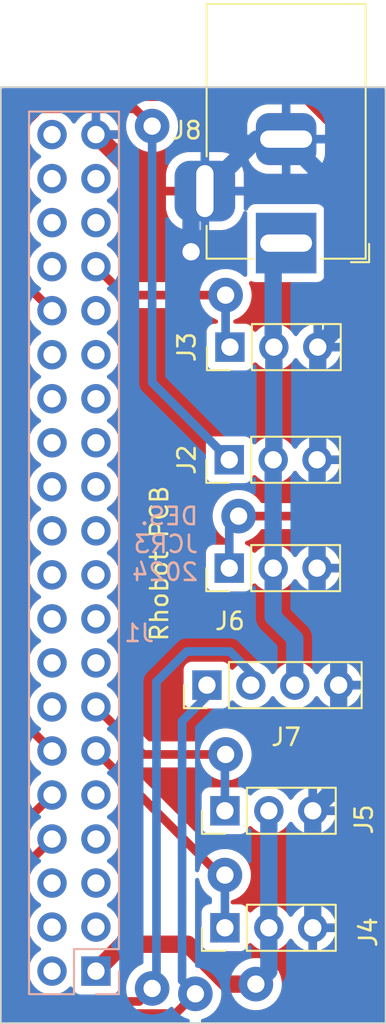
<source format=kicad_pcb>
(kicad_pcb (version 20221018) (generator pcbnew)
  (layers (0 "F.Cu" signal) (31 "B.Cu" signal) (34 "B.Paste" user) (35 "F.Paste" user) (36 "B.SilkS" user "B.Silkscreen") (37 "F.SilkS" user "F.Silkscreen") (38 "B.Mask" user) (39 "F.Mask" user) (44 "Edge.Cuts" user))
  (net 0 "")
  (net 1 "+3V3")
  (net 6 "GND")
  (net 8 "Net-(J1-Pin_8)")
  (net 9 "Net-(J1-Pin_10)")
  (net 10 "Net-(J1-Pin_11)")
  (net 11 "Net-(J1-Pin_12)")
  (net 12 "Net-(J1-Pin_13)")
  (net 27 "Net-(J1-Pin_32)")
  (net 28 "Net-(J1-Pin_33)")
  (net 34 "+5V")
  (footprint "Connector_PinHeader_2.54mm:PinHeader_1x03_P2.54mm_Vertical" (layer "F.Cu") (at 155.25 88.44 90)
    (fp_text reference "J3" (at 0 -2.5 90) (layer "F.SilkS"))
    (fp_text value "Right Motor" hide)
    (fp_line (start -1.33 -1.33) (end 0 -1.33) (stroke (width 0.12)) (layer "F.SilkS"))
    (fp_line (start -1.33 0) (end -1.33 -1.33) (stroke (width 0.12)) (layer "F.SilkS"))
    (fp_line (start -1.33 1.27) (end -1.33 6.41) (stroke (width 0.12)) (layer "F.SilkS"))
    (fp_line (start -1.33 1.27) (end 1.33 1.27) (stroke (width 0.12)) (layer "F.SilkS"))
    (fp_line (start -1.33 6.41) (end 1.33 6.41) (stroke (width 0.12)) (layer "F.SilkS"))
    (fp_line (start 1.33 1.27) (end 1.33 6.41) (stroke (width 0.12)) (layer "F.SilkS"))
    (pad "1" thru_hole rect (at 0 0 90) (size 1.7 1.7) (drill 1) (layers "*.Cu" "*.Mask") (net 28 "Net-(J1-Pin_33)"))
    (pad "2" thru_hole oval (at 0 2.54 90) (size 1.7 1.7) (drill 1) (layers "*.Cu" "*.Mask") (net 34 "+5V"))
    (pad "3" thru_hole oval (at 0 5.08 90) (size 1.7 1.7) (drill 1) (layers "*.Cu" "*.Mask") (net 6 "GND"))
  )
  (footprint "Connector_PinHeader_2.54mm:PinHeader_1x04_P2.54mm_Vertical" (layer "F.Cu") (at 153.92 107.94 90)
    (fp_text reference "J7" (at -3 4.58 180) (layer "F.SilkS"))
    (fp_text value "LiDAR Data" hide)
    (fp_line (start -1.33 -1.33) (end 0 -1.33) (stroke (width 0.12)) (layer "F.SilkS"))
    (fp_line (start -1.33 0) (end -1.33 -1.33) (stroke (width 0.12)) (layer "F.SilkS"))
    (fp_line (start -1.33 1.27) (end -1.33 8.95) (stroke (width 0.12)) (layer "F.SilkS"))
    (fp_line (start -1.33 1.27) (end 1.33 1.27) (stroke (width 0.12)) (layer "F.SilkS"))
    (fp_line (start -1.33 8.95) (end 1.33 8.95) (stroke (width 0.12)) (layer "F.SilkS"))
    (fp_line (start 1.33 1.27) (end 1.33 8.95) (stroke (width 0.12)) (layer "F.SilkS"))
    (pad "1" thru_hole rect (at 0 0 90) (size 1.7 1.7) (drill 1) (layers "*.Cu" "*.Mask") (net 9 "Net-(J1-Pin_10)"))
    (pad "2" thru_hole oval (at 0 2.54 90) (size 1.7 1.7) (drill 1) (layers "*.Cu" "*.Mask") (net 8 "Net-(J1-Pin_8)"))
    (pad "3" thru_hole oval (at 0 5.08 90) (size 1.7 1.7) (drill 1) (layers "*.Cu" "*.Mask") (net 34 "+5V"))
    (pad "4" thru_hole oval (at 0 7.62 90) (size 1.7 1.7) (drill 1) (layers "*.Cu" "*.Mask") (net 6 "GND"))
  )
  (footprint "Connector_PinHeader_2.54mm:PinHeader_1x03_P2.54mm_Vertical" (layer "F.Cu") (at 154.96 121.94 90)
    (fp_text reference "J4" (at -0.25 8.29 90) (layer "F.SilkS"))
    (fp_text value "Left Sensor" hide)
    (fp_line (start -1.33 -1.33) (end 0 -1.33) (stroke (width 0.12)) (layer "F.SilkS"))
    (fp_line (start -1.33 0) (end -1.33 -1.33) (stroke (width 0.12)) (layer "F.SilkS"))
    (fp_line (start -1.33 1.27) (end -1.33 6.41) (stroke (width 0.12)) (layer "F.SilkS"))
    (fp_line (start -1.33 1.27) (end 1.33 1.27) (stroke (width 0.12)) (layer "F.SilkS"))
    (fp_line (start -1.33 6.41) (end 1.33 6.41) (stroke (width 0.12)) (layer "F.SilkS"))
    (fp_line (start 1.33 1.27) (end 1.33 6.41) (stroke (width 0.12)) (layer "F.SilkS"))
    (pad "1" thru_hole rect (at 0 0 90) (size 1.7 1.7) (drill 1) (layers "*.Cu" "*.Mask") (net 10 "Net-(J1-Pin_11)"))
    (pad "2" thru_hole oval (at 0 2.54 90) (size 1.7 1.7) (drill 1) (layers "*.Cu" "*.Mask") (net 1 "+3V3"))
    (pad "3" thru_hole oval (at 0 5.08 90) (size 1.7 1.7) (drill 1) (layers "*.Cu" "*.Mask") (net 6 "GND"))
  )
  (footprint "Connector_PinHeader_2.54mm:PinHeader_1x03_P2.54mm_Vertical" (layer "F.Cu") (at 154.96 115.19 90)
    (fp_text reference "J5" (at -0.5 8.04 90) (layer "F.SilkS"))
    (fp_text value "Right Sensor" hide)
    (fp_line (start -1.33 -1.33) (end 0 -1.33) (stroke (width 0.12)) (layer "F.SilkS"))
    (fp_line (start -1.33 0) (end -1.33 -1.33) (stroke (width 0.12)) (layer "F.SilkS"))
    (fp_line (start -1.33 1.27) (end -1.33 6.41) (stroke (width 0.12)) (layer "F.SilkS"))
    (fp_line (start -1.33 1.27) (end 1.33 1.27) (stroke (width 0.12)) (layer "F.SilkS"))
    (fp_line (start -1.33 6.41) (end 1.33 6.41) (stroke (width 0.12)) (layer "F.SilkS"))
    (fp_line (start 1.33 1.27) (end 1.33 6.41) (stroke (width 0.12)) (layer "F.SilkS"))
    (pad "1" thru_hole rect (at 0 0 90) (size 1.7 1.7) (drill 1) (layers "*.Cu" "*.Mask") (net 12 "Net-(J1-Pin_13)"))
    (pad "2" thru_hole oval (at 0 2.54 90) (size 1.7 1.7) (drill 1) (layers "*.Cu" "*.Mask") (net 1 "+3V3"))
    (pad "3" thru_hole oval (at 0 5.08 90) (size 1.7 1.7) (drill 1) (layers "*.Cu" "*.Mask") (net 6 "GND"))
  )
  (footprint "Connector_PinHeader_2.54mm:PinHeader_1x03_P2.54mm_Vertical" (layer "F.Cu") (at 155.21 101.19 90)
    (fp_text reference "J6" (at -3.06 0.04 180) (layer "F.SilkS"))
    (fp_text value "LiDAR Motor" hide)
    (fp_line (start -1.33 -1.33) (end 0 -1.33) (stroke (width 0.12)) (layer "F.SilkS"))
    (fp_line (start -1.33 0) (end -1.33 -1.33) (stroke (width 0.12)) (layer "F.SilkS"))
    (fp_line (start -1.33 1.27) (end -1.33 6.41) (stroke (width 0.12)) (layer "F.SilkS"))
    (fp_line (start -1.33 1.27) (end 1.33 1.27) (stroke (width 0.12)) (layer "F.SilkS"))
    (fp_line (start -1.33 6.41) (end 1.33 6.41) (stroke (width 0.12)) (layer "F.SilkS"))
    (fp_line (start 1.33 1.27) (end 1.33 6.41) (stroke (width 0.12)) (layer "F.SilkS"))
    (pad "1" thru_hole rect (at 0 0 90) (size 1.7 1.7) (drill 1) (layers "*.Cu" "*.Mask") (net 11 "Net-(J1-Pin_12)"))
    (pad "2" thru_hole oval (at 0 2.54 90) (size 1.7 1.7) (drill 1) (layers "*.Cu" "*.Mask") (net 34 "+5V"))
    (pad "3" thru_hole oval (at 0 5.08 90) (size 1.7 1.7) (drill 1) (layers "*.Cu" "*.Mask") (net 6 "GND"))
  )
  (footprint "Connector_PinHeader_2.54mm:PinHeader_1x03_P2.54mm_Vertical" (layer "F.Cu") (at 155.21 94.94 90)
    (fp_text reference "J2" (at 0 -2.46 90) (layer "F.SilkS"))
    (fp_text value "Left Motor" hide)
    (fp_line (start -1.33 -1.33) (end 0 -1.33) (stroke (width 0.12)) (layer "F.SilkS"))
    (fp_line (start -1.33 0) (end -1.33 -1.33) (stroke (width 0.12)) (layer "F.SilkS"))
    (fp_line (start -1.33 1.27) (end -1.33 6.41) (stroke (width 0.12)) (layer "F.SilkS"))
    (fp_line (start -1.33 1.27) (end 1.33 1.27) (stroke (width 0.12)) (layer "F.SilkS"))
    (fp_line (start -1.33 6.41) (end 1.33 6.41) (stroke (width 0.12)) (layer "F.SilkS"))
    (fp_line (start 1.33 1.27) (end 1.33 6.41) (stroke (width 0.12)) (layer "F.SilkS"))
    (pad "1" thru_hole rect (at 0 0 90) (size 1.7 1.7) (drill 1) (layers "*.Cu" "*.Mask") (net 27 "Net-(J1-Pin_32)"))
    (pad "2" thru_hole oval (at 0 2.54 90) (size 1.7 1.7) (drill 1) (layers "*.Cu" "*.Mask") (net 34 "+5V"))
    (pad "3" thru_hole oval (at 0 5.08 90) (size 1.7 1.7) (drill 1) (layers "*.Cu" "*.Mask") (net 6 "GND"))
  )
  (footprint "Connector_BarrelJack:BarrelJack_Horizontal" (layer "F.Cu") (at 158.5 82.44 -90)
    (fp_text reference "J8" (at -6.5 5.75 -180) (layer "F.SilkS"))
    (fp_text value "Barrel_Jack_Switch" hide)
    (fp_line (start -13.8 -4.6) (end 0.9 -4.6) (stroke (width 0.12)) (layer "F.SilkS"))
    (fp_line (start -13.8 4.6) (end -13.8 -4.6) (stroke (width 0.12)) (layer "F.SilkS"))
    (fp_line (start -5 4.6) (end -13.8 4.6) (stroke (width 0.12)) (layer "F.SilkS"))
    (fp_line (start 0.05 -4.8) (end 1.1 -4.8) (stroke (width 0.12)) (layer "F.SilkS"))
    (fp_line (start 0.9 -4.6) (end 0.9 -2) (stroke (width 0.12)) (layer "F.SilkS"))
    (fp_line (start 0.9 1.9) (end 0.9 4.6) (stroke (width 0.12)) (layer "F.SilkS"))
    (fp_line (start 0.9 4.6) (end -1 4.6) (stroke (width 0.12)) (layer "F.SilkS"))
    (fp_line (start 1.1 -3.75) (end 1.1 -4.8) (stroke (width 0.12)) (layer "F.SilkS"))
    (pad "1" thru_hole rect (at 0 0 270) (size 3.5 3.5) (drill oval 1 3) (layers "*.Cu" "*.Mask") (net 34 "+5V"))
    (pad "2" thru_hole roundrect (at -6 0 270) (size 3 3.5) (drill oval 1 3) (layers "*.Cu" "*.Mask") (net 6 "GND"))
    (pad "3" thru_hole roundrect (at -3 4.7 270) (size 3.5 3.5) (drill oval 3 1) (layers "*.Cu" "*.Mask") (net 6 "GND"))
  )
  (footprint "Connector_PinSocket_2.54mm:PinSocket_2x20_P2.54mm_Vertical" (layer "B.Cu") (at 147.5 124.44)
    (fp_text reference "J1" (at 2.5 -19.5 180) (layer "B.SilkS") (effects (justify mirror)))
    (fp_text value "Jetson IO" hide)
    (fp_line (start -3.87 -49.59) (end 1.33 -49.59) (stroke (width 0.12)) (layer "B.SilkS"))
    (fp_line (start -3.87 1.33) (end -3.87 -49.59) (stroke (width 0.12)) (layer "B.SilkS"))
    (fp_line (start -3.87 1.33) (end -1.27 1.33) (stroke (width 0.12)) (layer "B.SilkS"))
    (fp_line (start -1.27 -1.27) (end 1.33 -1.27) (stroke (width 0.12)) (layer "B.SilkS"))
    (fp_line (start -1.27 1.33) (end -1.27 -1.27) (stroke (width 0.12)) (layer "B.SilkS"))
    (fp_line (start 0 1.33) (end 1.33 1.33) (stroke (width 0.12)) (layer "B.SilkS"))
    (fp_line (start 1.33 -1.27) (end 1.33 -49.59) (stroke (width 0.12)) (layer "B.SilkS"))
    (fp_line (start 1.33 1.33) (end 1.33 0) (stroke (width 0.12)) (layer "B.SilkS"))
    (pad "1" thru_hole rect (at 0 0) (size 1.7 1.7) (drill 1) (layers "*.Cu" "*.Mask") (net 1 "+3V3"))
    (pad "2" thru_hole oval (at -2.54 0) (size 1.7 1.7) (drill 1) (layers "*.Cu" "*.Mask"))
    (pad "3" thru_hole oval (at 0 -2.54) (size 1.7 1.7) (drill 1) (layers "*.Cu" "*.Mask"))
    (pad "4" thru_hole oval (at -2.54 -2.54) (size 1.7 1.7) (drill 1) (layers "*.Cu" "*.Mask"))
    (pad "5" thru_hole oval (at 0 -5.08) (size 1.7 1.7) (drill 1) (layers "*.Cu" "*.Mask"))
    (pad "6" thru_hole oval (at -2.54 -5.08) (size 1.7 1.7) (drill 1) (layers "*.Cu" "*.Mask"))
    (pad "7" thru_hole oval (at 0 -7.62) (size 1.7 1.7) (drill 1) (layers "*.Cu" "*.Mask"))
    (pad "8" thru_hole oval (at -2.54 -7.62) (size 1.7 1.7) (drill 1) (layers "*.Cu" "*.Mask") (net 8 "Net-(J1-Pin_8)"))
    (pad "9" thru_hole oval (at 0 -10.16) (size 1.7 1.7) (drill 1) (layers "*.Cu" "*.Mask"))
    (pad "10" thru_hole oval (at -2.54 -10.16) (size 1.7 1.7) (drill 1) (layers "*.Cu" "*.Mask") (net 9 "Net-(J1-Pin_10)"))
    (pad "11" thru_hole oval (at 0 -12.7) (size 1.7 1.7) (drill 1) (layers "*.Cu" "*.Mask") (net 10 "Net-(J1-Pin_11)"))
    (pad "12" thru_hole oval (at -2.54 -12.7) (size 1.7 1.7) (drill 1) (layers "*.Cu" "*.Mask") (net 11 "Net-(J1-Pin_12)"))
    (pad "13" thru_hole oval (at 0 -15.24) (size 1.7 1.7) (drill 1) (layers "*.Cu" "*.Mask") (net 12 "Net-(J1-Pin_13)"))
    (pad "14" thru_hole oval (at -2.54 -15.24) (size 1.7 1.7) (drill 1) (layers "*.Cu" "*.Mask"))
    (pad "15" thru_hole oval (at 0 -17.78) (size 1.7 1.7) (drill 1) (layers "*.Cu" "*.Mask"))
    (pad "16" thru_hole oval (at -2.54 -17.78) (size 1.7 1.7) (drill 1) (layers "*.Cu" "*.Mask"))
    (pad "17" thru_hole oval (at 0 -20.32) (size 1.7 1.7) (drill 1) (layers "*.Cu" "*.Mask"))
    (pad "18" thru_hole oval (at -2.54 -20.32) (size 1.7 1.7) (drill 1) (layers "*.Cu" "*.Mask"))
    (pad "19" thru_hole oval (at 0 -22.86) (size 1.7 1.7) (drill 1) (layers "*.Cu" "*.Mask"))
    (pad "20" thru_hole oval (at -2.54 -22.86) (size 1.7 1.7) (drill 1) (layers "*.Cu" "*.Mask"))
    (pad "21" thru_hole oval (at 0 -25.4) (size 1.7 1.7) (drill 1) (layers "*.Cu" "*.Mask"))
    (pad "22" thru_hole oval (at -2.54 -25.4) (size 1.7 1.7) (drill 1) (layers "*.Cu" "*.Mask"))
    (pad "23" thru_hole oval (at 0 -27.94) (size 1.7 1.7) (drill 1) (layers "*.Cu" "*.Mask"))
    (pad "24" thru_hole oval (at -2.54 -27.94) (size 1.7 1.7) (drill 1) (layers "*.Cu" "*.Mask"))
    (pad "25" thru_hole oval (at 0 -30.48) (size 1.7 1.7) (drill 1) (layers "*.Cu" "*.Mask"))
    (pad "26" thru_hole oval (at -2.54 -30.48) (size 1.7 1.7) (drill 1) (layers "*.Cu" "*.Mask"))
    (pad "27" thru_hole oval (at 0 -33.02) (size 1.7 1.7) (drill 1) (layers "*.Cu" "*.Mask"))
    (pad "28" thru_hole oval (at -2.54 -33.02) (size 1.7 1.7) (drill 1) (layers "*.Cu" "*.Mask"))
    (pad "29" thru_hole oval (at 0 -35.56) (size 1.7 1.7) (drill 1) (layers "*.Cu" "*.Mask"))
    (pad "30" thru_hole oval (at -2.54 -35.56) (size 1.7 1.7) (drill 1) (layers "*.Cu" "*.Mask"))
    (pad "31" thru_hole oval (at 0 -38.1) (size 1.7 1.7) (drill 1) (layers "*.Cu" "*.Mask"))
    (pad "32" thru_hole oval (at -2.54 -38.1) (size 1.7 1.7) (drill 1) (layers "*.Cu" "*.Mask") (net 27 "Net-(J1-Pin_32)"))
    (pad "33" thru_hole oval (at 0 -40.64) (size 1.7 1.7) (drill 1) (layers "*.Cu" "*.Mask") (net 28 "Net-(J1-Pin_33)"))
    (pad "34" thru_hole oval (at -2.54 -40.64) (size 1.7 1.7) (drill 1) (layers "*.Cu" "*.Mask"))
    (pad "35" thru_hole oval (at 0 -43.18) (size 1.7 1.7) (drill 1) (layers "*.Cu" "*.Mask"))
    (pad "36" thru_hole oval (at -2.54 -43.18) (size 1.7 1.7) (drill 1) (layers "*.Cu" "*.Mask"))
    (pad "37" thru_hole oval (at 0 -45.72) (size 1.7 1.7) (drill 1) (layers "*.Cu" "*.Mask"))
    (pad "38" thru_hole oval (at -2.54 -45.72) (size 1.7 1.7) (drill 1) (layers "*.Cu" "*.Mask"))
    (pad "39" thru_hole oval (at 0 -48.26) (size 1.7 1.7) (drill 1) (layers "*.Cu" "*.Mask") (net 6 "GND"))
    (pad "40" thru_hole oval (at -2.54 -48.26) (size 1.7 1.7) (drill 1) (layers "*.Cu" "*.Mask"))
  )
  (gr_rect (start 142 73.44) (end 164.25 127.44) (stroke (width 0.1)) (fill none) (layer "Edge.Cuts"))
  (gr_text "DES.\nJCR3\n2024" (at 153.5 102) (layer "B.SilkS") (effects (font (size 1 1)) (justify left bottom mirror)))
  (gr_text "Rhobot PCB" (at 151.75 105.5 90) (layer "F.SilkS") (effects (font (size 1 1)) (justify left bottom)))
  (segment (start 156.75 125.19) (end 155.11 125.19) (width 1) (layer "F.Cu") (net 1))
  (segment (start 149.05 122.89) (end 147.5 124.44) (width 1) (layer "F.Cu") (net 1))
  (segment (start 155.11 125.19) (end 152.81 122.89) (width 1) (layer "F.Cu") (net 1))
  (segment (start 152.81 122.89) (end 149.05 122.89) (width 1) (layer "F.Cu") (net 1))
  (via (at 156.75 125.19) (size 2) (drill 1) (layers "F.Cu" "B.Cu") (net 1))
  (segment (start 157.5 124.44) (end 157.5 121.94) (width 1) (layer "B.Cu") (net 1))
  (segment (start 156.75 125.19) (end 157.5 124.44) (width 1) (layer "B.Cu") (net 1))
  (segment (start 157.5 121.94) (end 157.5 115.19) (width 1) (layer "B.Cu") (net 1))
  (segment (start 152.75 82.94) (end 149.75 79.94) (width 1) (layer "F.Cu") (net 6))
  (segment (start 153 82.94) (end 152.75 82.94) (width 1) (layer "F.Cu") (net 6))
  (segment (start 149.75 79.94) (end 149.75 78.43) (width 1) (layer "F.Cu") (net 6))
  (segment (start 149.75 78.43) (end 147.5 76.18) (width 1) (layer "F.Cu") (net 6))
  (via (at 153 82.94) (size 2) (drill 1) (layers "F.Cu" "B.Cu") (net 6))
  (segment (start 161.54 113.69) (end 160.04 115.19) (width 1) (layer "B.Cu") (net 6))
  (segment (start 156.8 76.44) (end 153.8 79.44) (width 1) (layer "B.Cu") (net 6))
  (segment (start 153 80.24) (end 153.8 79.44) (width 1) (layer "B.Cu") (net 6))
  (segment (start 160.29 94.94) (end 160.29 101.19) (width 1) (layer "B.Cu") (net 6))
  (segment (start 160.29 101.19) (end 160.29 103.54) (width 1) (layer "B.Cu") (net 6))
  (segment (start 160.04 115.19) (end 160.04 121.94) (width 1) (layer "B.Cu") (net 6))
  (segment (start 153 82.94) (end 153 80.24) (width 1) (layer "B.Cu") (net 6))
  (segment (start 158.5 76.44) (end 161.18 79.12) (width 1) (layer "B.Cu") (net 6))
  (segment (start 161.54 107.94) (end 161.54 113.69) (width 1) (layer "B.Cu") (net 6))
  (segment (start 158.5 76.44) (end 156.8 76.44) (width 1) (layer "B.Cu") (net 6))
  (segment (start 161.54 104.79) (end 161.54 107.94) (width 1) (layer "B.Cu") (net 6))
  (segment (start 161.18 79.12) (end 161.18 87.59) (width 1) (layer "B.Cu") (net 6))
  (segment (start 160.33 94.9) (end 160.29 94.94) (width 1) (layer "B.Cu") (net 6))
  (segment (start 160.33 88.44) (end 160.33 94.9) (width 1) (layer "B.Cu") (net 6))
  (segment (start 161.18 87.59) (end 160.33 88.44) (width 1) (layer "B.Cu") (net 6))
  (segment (start 160.29 103.54) (end 161.54 104.79) (width 1) (layer "B.Cu") (net 6))
  (segment (start 143.25 118.53) (end 144.96 116.82) (width 0.5) (layer "F.Cu") (net 8))
  (segment (start 144 126.19) (end 143.25 125.44) (width 0.5) (layer "F.Cu") (net 8))
  (segment (start 150 126.19) (end 144 126.19) (width 0.5) (layer "F.Cu") (net 8))
  (segment (start 150.75 125.44) (end 150 126.19) (width 0.5) (layer "F.Cu") (net 8))
  (segment (start 143.25 125.44) (end 143.25 118.53) (width 0.5) (layer "F.Cu") (net 8))
  (via (at 150.75 125.44) (size 2) (drill 1) (layers "F.Cu" "B.Cu") (net 8))
  (segment (start 152.75 106) (end 155.25 106) (width 0.5) (layer "B.Cu") (net 8))
  (segment (start 155.25 106) (end 156.46 107.21) (width 0.5) (layer "B.Cu") (net 8))
  (segment (start 151 125.19) (end 151 107.75) (width 0.5) (layer "B.Cu") (net 8))
  (segment (start 151 107.75) (end 152.75 106) (width 0.5) (layer "B.Cu") (net 8))
  (segment (start 156.46 107.21) (end 156.46 107.94) (width 0.5) (layer "B.Cu") (net 8))
  (segment (start 150.75 125.44) (end 151 125.19) (width 0.5) (layer "B.Cu") (net 8))
  (segment (start 153.25 125.75) (end 152.11 126.89) (width 0.5) (layer "F.Cu") (net 9))
  (segment (start 142.55 116.69) (end 144.96 114.28) (width 0.5) (layer "F.Cu") (net 9))
  (segment (start 143.71005 126.89) (end 142.55 125.729949) (width 0.5) (layer "F.Cu") (net 9))
  (segment (start 142.55 125.729949) (end 142.55 116.69) (width 0.5) (layer "F.Cu") (net 9))
  (segment (start 152.11 126.89) (end 143.71005 126.89) (width 0.5) (layer "F.Cu") (net 9))
  (via (at 153.25 125.75) (size 2) (drill 1) (layers "F.Cu" "B.Cu") (net 9))
  (segment (start 153.92 108.58) (end 152.481212 110.018788) (width 0.5) (layer "B.Cu") (net 9))
  (segment (start 153.92 107.94) (end 153.92 108.58) (width 0.5) (layer "B.Cu") (net 9))
  (segment (start 152.481212 110.018788) (end 152.481212 124.981212) (width 0.5) (layer "B.Cu") (net 9))
  (segment (start 152.481212 124.981212) (end 153.25 125.75) (width 0.5) (layer "B.Cu") (net 9))
  (segment (start 154.96 118.9) (end 154.66 118.9) (width 0.5) (layer "F.Cu") (net 10))
  (segment (start 154.66 118.9) (end 147.5 111.74) (width 0.5) (layer "F.Cu") (net 10))
  (via (at 154.96 118.9) (size 2) (drill 1) (layers "F.Cu" "B.Cu") (net 10))
  (segment (start 154.96 118.9) (end 154.96 121.94) (width 0.5) (layer "B.Cu") (net 10))
  (segment (start 162 95.69) (end 162 76.492942) (width 0.5) (layer "F.Cu") (net 11))
  (segment (start 142.55 109.33) (end 144.96 111.74) (width 0.5) (layer "F.Cu") (net 11))
  (segment (start 155.75 98.19) (end 159.5 98.19) (width 0.5) (layer "F.Cu") (net 11))
  (segment (start 162 76.492942) (end 159.497058 73.99) (width 0.5) (layer "F.Cu") (net 11))
  (segment (start 143.96005 73.99) (end 142.55 75.400051) (width 0.5) (layer "F.Cu") (net 11))
  (segment (start 159.497058 73.99) (end 143.96005 73.99) (width 0.5) (layer "F.Cu") (net 11))
  (segment (start 142.55 75.400051) (end 142.55 109.33) (width 0.5) (layer "F.Cu") (net 11))
  (segment (start 159.5 98.19) (end 162 95.69) (width 0.5) (layer "F.Cu") (net 11))
  (via (at 155.75 98.19) (size 2) (drill 1) (layers "F.Cu" "B.Cu") (net 11))
  (segment (start 155.21 98.73) (end 155.75 98.19) (width 0.5) (layer "B.Cu") (net 11))
  (segment (start 155.21 101.19) (end 155.21 98.73) (width 0.5) (layer "B.Cu") (net 11))
  (segment (start 150.24 111.94) (end 147.5 109.2) (width 0.5) (layer "F.Cu") (net 12))
  (segment (start 155 111.94) (end 150.24 111.94) (width 0.5) (layer "F.Cu") (net 12))
  (via (at 155 111.94) (size 2) (drill 1) (layers "F.Cu" "B.Cu") (net 12))
  (segment (start 155 111.94) (end 154.96 111.98) (width 0.5) (layer "B.Cu") (net 12))
  (segment (start 154.96 111.98) (end 154.96 115.19) (width 0.5) (layer "B.Cu") (net 12))
  (segment (start 144.25 74.69) (end 143.25 75.69) (width 0.5) (layer "F.Cu") (net 27))
  (segment (start 143.25 75.69) (end 143.25 84.63) (width 0.5) (layer "F.Cu") (net 27))
  (segment (start 150.75 75.69) (end 149.75 74.69) (width 0.5) (layer "F.Cu") (net 27))
  (segment (start 149.75 74.69) (end 144.25 74.69) (width 0.5) (layer "F.Cu") (net 27))
  (segment (start 143.25 84.63) (end 144.96 86.34) (width 0.5) (layer "F.Cu") (net 27))
  (via (at 150.75 75.69) (size 2) (drill 1) (layers "F.Cu" "B.Cu") (net 27))
  (segment (start 150.75 75.69) (end 150.75 90.48) (width 0.5) (layer "B.Cu") (net 27))
  (segment (start 150.75 90.48) (end 155.21 94.94) (width 0.5) (layer "B.Cu") (net 27))
  (segment (start 155 85.44) (end 149.14 85.44) (width 0.5) (layer "F.Cu") (net 28))
  (segment (start 149.14 85.44) (end 147.5 83.8) (width 0.5) (layer "F.Cu") (net 28))
  (via (at 155 85.44) (size 2) (drill 1) (layers "F.Cu" "B.Cu") (net 28))
  (segment (start 155 88.19) (end 155.25 88.44) (width 0.5) (layer "B.Cu") (net 28))
  (segment (start 155 85.44) (end 155 88.19) (width 0.5) (layer "B.Cu") (net 28))
  (segment (start 157.75 104) (end 159 105.25) (width 1) (layer "B.Cu") (net 34))
  (segment (start 157.79 88.44) (end 157.79 94.9) (width 1) (layer "B.Cu") (net 34))
  (segment (start 158.5 82.44) (end 157.75 83.19) (width 1) (layer "B.Cu") (net 34))
  (segment (start 157.75 83.19) (end 157.75 88.4) (width 1) (layer "B.Cu") (net 34))
  (segment (start 157.75 88.4) (end 157.79 88.44) (width 1) (layer "B.Cu") (net 34))
  (segment (start 157.75 94.94) (end 157.75 101.19) (width 1) (layer "B.Cu") (net 34))
  (segment (start 157.79 94.9) (end 157.75 94.94) (width 1) (layer "B.Cu") (net 34))
  (segment (start 159 105.25) (end 159 107.94) (width 1) (layer "B.Cu") (net 34))
  (segment (start 157.75 101.19) (end 157.75 104) (width 1) (layer "B.Cu") (net 34))
  (zone (net 6) (net_name "GND") (layers "F&B.Cu") (connect_pads (clearance 0.5)) (min_thickness 0.25) (fill yes (thermal_gap 0.5) (thermal_bridge_width 0.5))
    (polygon (pts (xy 142 73.5) (xy 142 127.5) (xy 164.25 127.5) (xy 164.25 73.5)))
  )
)
</source>
